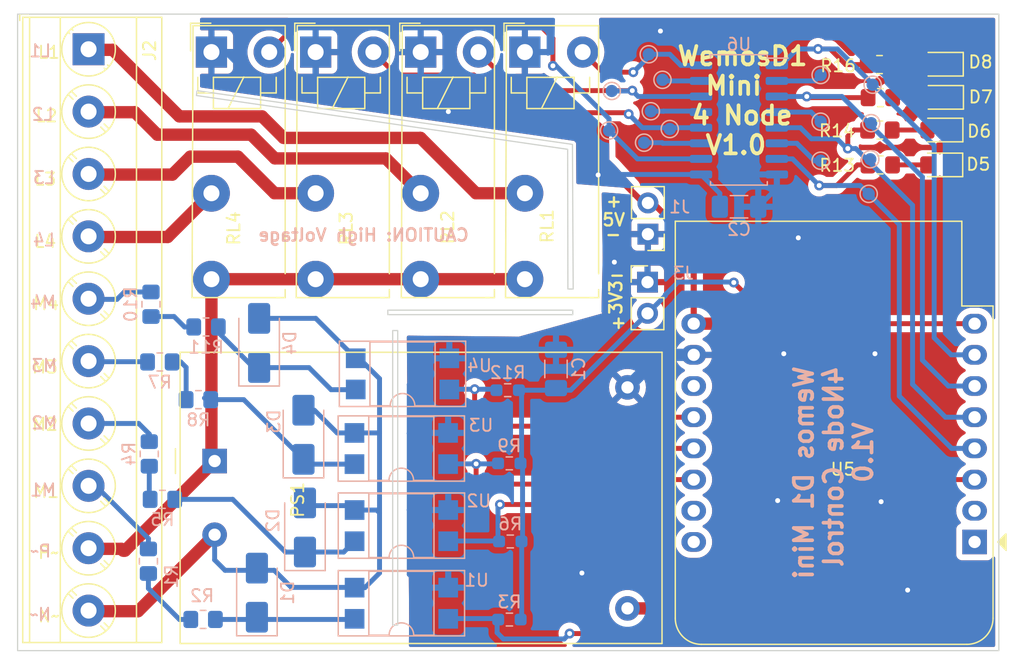
<source format=kicad_pcb>
(kicad_pcb (version 20221018) (generator pcbnew)
  (layers (0 "F.Cu" signal) (31 "B.Cu" signal) (34 "B.Paste" user) (35 "F.Paste" user) (36 "B.SilkS" user "B.Silkscreen") (37 "F.SilkS" user "F.Silkscreen") (38 "B.Mask" user) (39 "F.Mask" user) (44 "Edge.Cuts" user))
  (net 0 "")
  (net 1 "/Voltage Sensing/In1")
  (net 2 "Earth")
  (net 3 "/Voltage Sensing/In2")
  (net 4 "/Voltage Sensing/In3")
  (net 5 "Net-(D1-K)")
  (net 6 "/AC{slash}N")
  (net 7 "Net-(D2-K)")
  (net 8 "+5V")
  (net 9 "Net-(D4-K)")
  (net 10 "/Load4")
  (net 13 "/Load3")
  (net 15 "/Load2")
  (net 18 "/AC{slash}L")
  (net 19 "/Load1")
  (net 20 "Net-(U6-O5)")
  (net 21 "Net-(U6-O1)")
  (net 22 "Net-(U6-O3)")
  (net 23 "/M4")
  (net 24 "/M3")
  (net 25 "/Voltage Sensing/+Vs")
  (net 26 "Net-(D3-K)")
  (net 27 "Net-(R1-Pad2)")
  (net 28 "Net-(R4-Pad2)")
  (net 29 "/M2")
  (net 30 "/M1")
  (net 31 "Net-(R7-Pad2)")
  (net 32 "Net-(R10-Pad2)")
  (net 33 "/Voltage Sensing/In4")
  (net 34 "Net-(U6-O7)")
  (net 35 "/Relays/RL2")
  (net 36 "/Relays/RL1")
  (net 37 "/Relays/RL3")
  (net 38 "/Relays/RL4")
  (net 39 "Net-(U6-O2)")
  (net 40 "Net-(U6-O4)")
  (net 41 "Net-(U6-O6)")
  (net 42 "Net-(U6-I2)")
  (net 43 "Net-(U6-I4)")
  (net 44 "Net-(U6-I6)")
  (net 45 "Net-(D5-A)")
  (net 46 "Net-(D6-A)")
  (net 47 "Net-(D7-A)")
  (net 48 "Net-(D8-A)")
  (footprint "Relay_Hongfa:Relay_THT_Hongfa HF46F SPST" (layer "F.Cu") (at 90.81 46.85 -90)
    (fp_text reference "RL3")
    (fp_text value "Relay_SPST-NO")
  )
  (footprint "Resistor_SMD:R_0805_2012Metric_Pad1.20x1.40mm_HandSolder" (layer "F.Cu") (at 136.76 56.04)
    (fp_text reference "R13")
    (fp_text value "480")
  )
  (footprint "Module:WEMOS_D1_mini_light" (layer "F.Cu") (at 144.44 86.75 180)
    (fp_text reference "U5")
    (fp_text value "WeMos_D1_mini")
  )
  (footprint "Resistor_SMD:R_0805_2012Metric_Pad1.20x1.40mm_HandSolder" (layer "F.Cu") (at 136.7 47.87)
    (fp_text reference "R16")
    (fp_text value "480")
  )
  (footprint "Resistor_SMD:R_0805_2012Metric_Pad1.20x1.40mm_HandSolder" (layer "F.Cu") (at 136.73 53.2)
    (fp_text reference "R14")
    (fp_text value "480")
  )
  (footprint "Connector_PinHeader_2.54mm:PinHeader_1x02_P2.54mm_Vertical" (layer "F.Cu") (at 117.82 65.59)
    (fp_text reference "J3")
    (fp_text value "Conn_01x02_Pin")
  )
  (footprint "Converter_ACDC:Converter_ACDC_HiLink_HLK-5Mxx" (layer "F.Cu") (at 82.59 80.16)
    (fp_text reference "PS1")
    (fp_text value "HLK-5M05")
  )
  (footprint "Resistor_SMD:R_0805_2012Metric_Pad1.20x1.40mm_HandSolder" (layer "F.Cu") (at 136.77 50.56)
    (fp_text reference "R15" hide)
    (fp_text value "480")
  )
  (footprint "LED_SMD:LED_0805_2012Metric_Pad1.15x1.40mm_HandSolder" (layer "F.Cu") (at 141.67 50.54 180)
    (fp_text reference "D7")
    (fp_text value "LED")
  )
  (footprint "Connector_PinHeader_2.54mm:PinHeader_1x02_P2.54mm_Vertical" (layer "F.Cu") (at 117.85 61.68 180)
    (fp_text reference "J1")
    (fp_text value "Conn_01x02_Pin")
  )
  (footprint "Relay_Hongfa:Relay_THT_Hongfa HF46F SPST" (layer "F.Cu") (at 82.33 46.85 -90)
    (fp_text reference "RL4")
    (fp_text value "Relay_SPST-NO")
  )
  (footprint "TerminalBlock_Phoenix:TerminalBlock_Phoenix_MKDS-3-10-5.08_1x10_P5.08mm_Horizontal" (layer "F.Cu") (at 72.33 46.62 -90)
    (fp_text reference "J2")
    (fp_text value "Screw_Terminal_01x10")
  )
  (footprint "LED_SMD:LED_0805_2012Metric_Pad1.15x1.40mm_HandSolder" (layer "F.Cu") (at 141.61 56.04 180)
    (fp_text reference "D5")
    (fp_text value "LED")
  )
  (footprint "LED_SMD:LED_0805_2012Metric_Pad1.15x1.40mm_HandSolder" (layer "F.Cu") (at 141.6575 47.84 180)
    (fp_text reference "D8")
    (fp_text value "LED")
  )
  (footprint "Relay_Hongfa:Relay_THT_Hongfa HF46F SPST" (layer "F.Cu") (at 99.36 46.85 -90)
    (fp_text reference "RL2")
    (fp_text value "Relay_SPST-NO")
  )
  (footprint "LED_SMD:LED_0805_2012Metric_Pad1.15x1.40mm_HandSolder" (layer "F.Cu") (at 141.625 53.2 180)
    (fp_text reference "D6")
    (fp_text value "LED")
  )
  (footprint "Relay_Hongfa:Relay_THT_Hongfa HF46F SPST" (layer "F.Cu") (at 107.84 46.85 -90)
    (fp_text reference "RL1")
    (fp_text value "Relay_SPST-NO")
  )
  (footprint "Resistor_SMD:R_0805_2012Metric_Pad1.20x1.40mm_HandSolder" (layer "B.Cu") (at 77.41 67.39 -90)
    (fp_text reference "R10")
    (fp_text value "180K")
  )
  (footprint "Package_DIP:DIP-4_W7.62mm_SMDSocket_SmallPads" (layer "B.Cu") (at 97.79 85.42)
    (fp_text reference "U2")
    (fp_text value "PC817")
  )
  (footprint "Package_DIP:DIP-4_W7.62mm_SMDSocket_SmallPads" (layer "B.Cu") (at 97.88 73.06)
    (fp_text reference "U4")
    (fp_text value "PC817")
  )
  (footprint "TestPoint:TestPoint_Pad_D1.0mm" (layer "B.Cu") (at 131.91 48.72 180)
    (fp_text reference "NCI1" hide)
    (fp_text value "TestPoint")
  )
  (footprint "Package_SO:SOP-16_4.4x10.4mm_P1.27mm" (layer "B.Cu") (at 125.2575 52.375 180)
    (fp_text reference "U6")
    (fp_text value "ULN2003")
  )
  (footprint "Diode_SMD:D_SMA" (layer "B.Cu") (at 89.82 78.02 90)
    (fp_text reference "D3")
    (fp_text value "1N4007")
  )
  (footprint "Resistor_SMD:R_0603_1608Metric_Pad0.98x0.95mm_HandSolder" (layer "B.Cu") (at 106.65 86.71 180)
    (fp_text reference "R6")
    (fp_text value "10K")
  )
  (footprint "Resistor_SMD:R_0805_2012Metric_Pad1.20x1.40mm_HandSolder" (layer "B.Cu") (at 77.2 88.32 -90)
    (fp_text reference "R1")
    (fp_text value "180K")
  )
  (footprint "TestPoint:TestPoint_Pad_D1.0mm" (layer "B.Cu") (at 131.91 52.52 180)
    (fp_text reference "NCI2" hide)
    (fp_text value "TestPoint")
  )
  (footprint "Resistor_SMD:R_0805_2012Metric_Pad1.20x1.40mm_HandSolder" (layer "B.Cu") (at 81.65 93.06)
    (fp_text reference "R2")
    (fp_text value "180K")
  )
  (footprint "Package_DIP:DIP-4_W7.62mm_SMDSocket_SmallPads" (layer "B.Cu") (at 97.78 79.14)
    (fp_text reference "U3")
    (fp_text value "PC817")
  )
  (footprint "Resistor_SMD:R_0805_2012Metric_Pad1.20x1.40mm_HandSolder" (layer "B.Cu") (at 81.89 69.24)
    (fp_text reference "R11")
    (fp_text value "180K")
  )
  (footprint "TestPoint:TestPoint_Pad_D1.0mm" (layer "B.Cu") (at 135.95 55.58 180)
    (fp_text reference "IJ2" hide)
    (fp_text value "TestPoint")
  )
  (footprint "TestPoint:TestPoint_Pad_D1.0mm" (layer "B.Cu") (at 136.02 52.64 180)
    (fp_text reference "IJ3" hide)
    (fp_text value "TestPoint")
  )
  (footprint "Diode_SMD:D_SMA" (layer "B.Cu") (at 86.21 70.54 90)
    (fp_text reference "D4")
    (fp_text value "1N4007")
  )
  (footprint "TestPoint:TestPoint_Pad_D1.0mm" (layer "B.Cu") (at 114.91 50.02 180)
    (fp_text reference "RJ2" hide)
    (fp_text value "TestPoint")
  )
  (footprint "Resistor_SMD:R_0603_1608Metric_Pad0.98x0.95mm_HandSolder" (layer "B.Cu") (at 106.44 74.39 180)
    (fp_text reference "R12")
    (fp_text value "10K")
  )
  (footprint "TestPoint:TestPoint_Pad_D1.0mm" (layer "B.Cu") (at 117.92 47.03 180)
    (fp_text reference "RJ1" hide)
    (fp_text value "TestPoint")
  )
  (footprint "TestPoint:TestPoint_Pad_D1.0mm" (layer "B.Cu") (at 131.91 55.7 180)
    (fp_text reference "NCI3" hide)
    (fp_text value "TestPoint")
  )
  (footprint "Resistor_SMD:R_0805_2012Metric_Pad1.20x1.40mm_HandSolder" (layer "B.Cu") (at 77.27 79.58 -90)
    (fp_text reference "R4")
    (fp_text value "180K")
  )
  (footprint "Resistor_SMD:R_0805_2012Metric_Pad1.20x1.40mm_HandSolder" (layer "B.Cu") (at 81.27 75.16)
    (fp_text reference "R8")
    (fp_text value "180K")
  )
  (footprint "Diode_SMD:D_SMA" (layer "B.Cu") (at 89.94 85.57 90)
    (fp_text reference "D2")
    (fp_text value "1N4007")
  )
  (footprint "TestPoint:TestPoint_Pad_D1.0mm" (layer "B.Cu") (at 114.69 53.24 180)
    (fp_text reference "RJ4" hide)
    (fp_text value "TestPoint")
  )
  (footprint "Resistor_SMD:R_0603_1608Metric_Pad0.98x0.95mm_HandSolder" (layer "B.Cu") (at 106.57 80.35 180)
    (fp_text reference "R9")
    (fp_text value "10K")
  )
  (footprint "TestPoint:TestPoint_Pad_D1.0mm" (layer "B.Cu") (at 118.09 51.67 180)
    (fp_text reference "NCR2" hide)
    (fp_text value "TestPoint")
  )
  (footprint "Package_DIP:DIP-4_W7.62mm_SMDSocket_SmallPads" (layer "B.Cu") (at 97.79 91.74)
    (fp_text reference "U1")
    (fp_text value "PC817")
  )
  (footprint "Resistor_SMD:R_0603_1608Metric_Pad0.98x0.95mm_HandSolder" (layer "B.Cu") (at 106.58 93.07 180)
    (fp_text reference "R3")
    (fp_text value "10K")
  )
  (footprint "TestPoint:TestPoint_Pad_D1.0mm" (layer "B.Cu") (at 135.82 58.4 180)
    (fp_text reference "IJ1" hide)
    (fp_text value "TestPoint")
  )
  (footprint "Resistor_SMD:R_0805_2012Metric_Pad1.20x1.40mm_HandSolder" (layer "B.Cu") (at 78.13 72.09)
    (fp_text reference "R7")
    (fp_text value "180K")
  )
  (footprint "Diode_SMD:D_SMA" (layer "B.Cu") (at 86.03 90.88 90)
    (fp_text reference "D1")
    (fp_text value "1N4007")
  )
  (footprint "TestPoint:TestPoint_Pad_D1.0mm" (layer "B.Cu") (at 119.04 49.11 180)
    (fp_text reference "NCR1" hide)
    (fp_text value "TestPoint")
  )
  (footprint "Capacitor_SMD:C_1206_3216Metric_Pad1.33x1.80mm_HandSolder" (layer "B.Cu") (at 110.37 72.6575 90)
    (fp_text reference "C1")
    (fp_text value "0.1uF")
  )
  (footprint "TestPoint:TestPoint_Pad_D1.0mm" (layer "B.Cu") (at 136.14 49.51 180)
    (fp_text reference "IJ4" hide)
    (fp_text value "TestPoint")
  )
  (footprint "TestPoint:TestPoint_Pad_D1.0mm" (layer "B.Cu") (at 119.63 53.12 180)
    (fp_text reference "RJ3" hide)
    (fp_text value "TestPoint")
  )
  (footprint "Capacitor_SMD:C_1206_3216Metric_Pad1.33x1.80mm_HandSolder" (layer "B.Cu") (at 125.2675 59.45)
    (fp_text reference "C2")
    (fp_text value "0.1uF")
  )
  (footprint "Resistor_SMD:R_0805_2012Metric_Pad1.20x1.40mm_HandSolder" (layer "B.Cu") (at 78.34 83.28)
    (fp_text reference "R5")
    (fp_text value "180K")
  )
  (footprint "TestPoint:TestPoint_Pad_D1.0mm" (layer "B.Cu") (at 117.54 54.23 180)
    (fp_text reference "NCR3" hide)
    (fp_text value "TestPoint")
  )
  (gr_poly (pts (xy 81.2 50) (xy 111.71 54.37) (xy 111.77 66.15) (xy 111.34 66.15) (xy 111.32 54.77) (xy 81.11 50.39) (xy 81.15 50.04)) (stroke (width 0.1)) (fill none) (layer "Edge.Cuts"))
  (gr_rect (start 96.685 67.87) (end 111.735 68.24) (stroke (width 0.1)) (fill none) (layer "Edge.Cuts"))
  (gr_rect (start 66.5525 43.76) (end 146.4125 95.6) (stroke (width 0.1)) (fill none) (layer "Edge.Cuts"))
  (gr_rect (start 97.08 69.53) (end 97.49 93.52) (stroke (width 0.1)) (fill none) (layer "Edge.Cuts"))
  (gr_text "N~" (at 69.37 93.24) (layer "B.SilkS") (effects (font (size 1 1)) (justify left bottom mirror)))
  (gr_text "M2" (at 69.87 77.64) (layer "B.SilkS") (effects (font (size 1 1)) (justify left bottom mirror)))
  (gr_text "Wemos D1 Mini \n4Node Control\n    V1.0" (at 136.25 72.27 90) (layer "B.SilkS") (effects (font (size 1.5 1.5) (thickness 0.3) bold) (justify left bottom mirror)))
  (gr_text "L3" (at 69.67 57.67) (layer "B.SilkS") (effects (font (size 1 1)) (justify left bottom mirror)))
  (gr_text "P~" (at 69.37 88.08) (layer "B.SilkS") (effects (font (size 1 1)) (justify left bottom mirror)))
  (gr_text "L4" (at 69.67 62.74) (layer "B.SilkS") (effects (font (size 1 1)) (justify left bottom mirror)))
  (gr_text "M1" (at 69.77 83.11) (layer "B.SilkS") (effects (font (size 1 1)) (justify left bottom mirror)))
  (gr_text "L1" (at 69.37 47.34) (layer "B.SilkS") (effects (font (size 1 1)) (justify left bottom mirror)))
  (gr_text "L2" (at 69.57 52.51) (layer "B.SilkS") (effects (font (size 1 1)) (justify left bottom mirror)))
  (gr_text "M3" (at 69.87 72.97) (layer "B.SilkS") (effects (font (size 1 1)) (justify left bottom mirror)))
  (gr_text "CAUTION: High Voltage " (at 103.39 62.34) (layer "B.SilkS") (effects (font (size 1 1) (thickness 0.2) bold) (justify left bottom mirror)))
  (gr_text "M4" (at 69.77 67.81) (layer "B.SilkS") (effects (font (size 1 1)) (justify left bottom mirror)))
  (gr_text "N~" (at 68.128096 93.36) (layer "F.SilkS") (effects (font (size 1 1)) (justify left bottom)))
  (gr_text "L4" (at 67.828096 62.86) (layer "F.SilkS") (effects (font (size 1 1)) (justify left bottom)))
  (gr_text "+" (at 114.73 68.42 180) (layer "F.SilkS") (effects (font (size 1 1) (thickness 0.1875)) (justify left bottom mirror)))
  (gr_text "-" (at 115.77 62.27) (layer "F.SilkS") (effects (font (size 1 1) (thickness 0.1875)) (justify left bottom mirror)))
  (gr_text "+" (at 115.83 59.57) (layer "F.SilkS") (effects (font (size 1 1) (thickness 0.1875)) (justify left bottom mirror)))
  (gr_text "WemosD1 \n  Mini\n 4 Node \n  V1.0" (at 120.1 55.3) (layer "F.SilkS") (effects (font (size 1.5 1.5) (thickness 0.3) bold) (justify left bottom)))
  (gr_text "M4" (at 67.728096 67.93) (layer "F.SilkS") (effects (font (size 1 1)) (justify left bottom)))
  (gr_text "L1" (at 68.128096 47.46) (layer "F.SilkS") (effects (font (size 1 1)) (justify left bottom)))
  (gr_text "3V3" (at 115.83 68.33 90) (layer "F.SilkS") (effects (font (size 1 1) (thickness 0.1875)) (justify left bottom)))
  (gr_text "L2" (at 67.928096 52.63) (layer "F.SilkS") (effects (font (size 1 1)) (justify left bottom)))
  (gr_text "5V" (at 114.04 61.1) (layer "F.SilkS") (effects (font (size 1 1) (thickness 0.1875)) (justify left bottom)))
  (gr_text "M3" (at 67.628096 73.09) (layer "F.SilkS") (effects (font (size 1 1)) (justify left bottom)))
  (gr_text "P~" (at 68.128096 88.2) (layer "F.SilkS") (effects (font (size 1 1)) (justify left bottom)))
  (gr_text "M2" (at 67.628096 77.76) (layer "F.SilkS") (effects (font (size 1 1)) (justify left bottom)))
  (gr_text "L3" (at 67.828096 57.79) (layer "F.SilkS") (effects (font (size 1 1)) (justify left bottom)))
  (gr_text "M1" (at 67.728096 83.23) (layer "F.SilkS") (effects (font (size 1 1)) (justify left bottom)))
  (gr_text "-" (at 114.6 64.55 180) (layer "F.SilkS") (effects (font (size 1 1) (thickness 0.1875)) (justify left bottom mirror)))
  (segment (start 144.44 81.67) (end 141.62 81.67) (width 0.4) (layer "F.Cu") (net 1))
  (segment (start 129.08 94.21) (end 111.48 94.21) (width 0.4) (layer "F.Cu") (net 1))
  (segment (start 141.62 81.67) (end 129.08 94.21) (width 0.4) (layer "F.Cu") (net 1))
  (via (at 111.48 94.21) (size 0.8) (drill 0.4) (layers "F.Cu" "B.Cu") (net 1))
  (segment (start 105.58 93.07) (end 105.58 94.14) (width 0.4) (layer "B.Cu") (net 1))
  (segment (start 105.5 92.99) (end 105.58 93.07) (width 0.4) (layer "B.Cu") (net 1))
  (segment (start 111.04 94.65) (end 111.48 94.21) (width 0.4) (layer "B.Cu") (net 1))
  (segment (start 105.58 94.14) (end 106.09 94.65) (width 0.4) (layer "B.Cu") (net 1))
  (segment (start 106.09 94.65) (end 111.04 94.65) (width 0.4) (layer "B.Cu") (net 1))
  (segment (start 101.62 92.99) (end 105.5 92.99) (width 0.4) (layer "B.Cu") (net 1))
  (segment (start 101.6 93.01) (end 101.62 92.99) (width 0.4) (layer "B.Cu") (net 1))
  (via (at 136.33 71.42) (size 0.8) (drill 0.4) (layers "F.Cu" "B.Cu") (net 2))
  (via (at 136.83 83.47) (size 0.8) (drill 0.4) (layers "F.Cu" "B.Cu") (net 2))
  (via (at 138.99 90.67) (size 0.8) (drill 0.4) (layers "F.Cu" "B.Cu") (net 2))
  (via (at 128.41 83.38) (size 0.8) (drill 0.4) (layers "F.Cu" "B.Cu") (net 2))
  (via (at 128.91 71.42) (size 0.8) (drill 0.4) (layers "F.Cu" "B.Cu") (net 2))
  (via (at 112.48 89.28) (size 0.8) (drill 0.4) (layers "F.Cu" "B.Cu") (net 2))
  (via (at 115.12 63.96) (size 0.8) (drill 0.4) (layers "F.Cu" "B.Cu") (net 2))
  (via (at 118.87 45.14) (size 0.8) (drill 0.4) (layers "F.Cu" "B.Cu") (net 2))
  (via (at 130.09 61.98) (size 0.8) (drill 0.4) (layers "F.Cu" "B.Cu") (net 2))
  (segment (start 118.84 45.17) (end 118.87 45.14) (width 1) (layer "B.Cu") (net 2))
  (segment (start 128.345 56.82) (end 128.345 57.935) (width 0.4) (layer "B.Cu") (net 2))
  (segment (start 101.59 84.14) (end 98.43 84.14) (width 0.4) (layer "B.Cu") (net 2))
  (segment (start 118.84 71.51) (end 121.58 71.51) (width 1) (layer "B.Cu") (net 2))
  (segment (start 128.345 57.935) (end 126.83 59.45) (width 0.4) (layer "B.Cu") (net 2))
  (segment (start 98.43 89.39) (end 98.43 84.14) (width 0.4) (layer "B.Cu") (net 2))
  (segment (start 101.6 90.47) (end 99.51 90.47) (width 0.4) (layer "B.Cu") (net 2))
  (segment (start 98.43 84.14) (end 98.43 77.91) (width 0.4) (layer "B.Cu") (net 2))
  (segment (start 99.51 90.47) (end 98.43 89.39) (width 0.4) (layer "B.Cu") (net 2))
  (segment (start 100.57 71.79) (end 101.69 71.79) (width 0.4) (layer "B.Cu") (net 2))
  (segment (start 101.6 84.15) (end 101.59 84.14) (width 0.4) (layer "B.Cu") (net 2))
  (segment (start 98.43 73.93) (end 100.57 71.79) (width 0.4) (layer "B.Cu") (net 2))
  (segment (start 116.19 74.16) (end 118.84 71.51) (width 1) (layer "B.Cu") (net 2))
  (segment (start 101.59 77.87) (end 98.47 77.87) (width 0.4) (layer "B.Cu") (net 2))
  (segment (start 98.43 77.91) (end 98.43 73.93) (width 0.4) (layer "B.Cu") (net 2))
  (segment (start 98.47 77.87) (end 98.43 77.91) (width 0.4) (layer "B.Cu") (net 2))
  (segment (start 116.39 83.7) (end 118.44 81.65) (width 0.4) (layer "F.Cu") (net 3))
  (segment (start 105.81 83.7) (end 116.39 83.7) (width 0.4) (layer "F.Cu") (net 3))
  (segment (start 118.46 81.67) (end 121.58 81.67) (width 0.4) (layer "F.Cu") (net 3))
  (segment (start 118.44 81.65) (end 118.46 81.67) (width 0.4) (layer "F.Cu") (net 3))
  (via (at 105.81 83.7) (size 0.8) (drill 0.4) (layers "F.Cu" "B.Cu") (net 3))
  (segment (start 105.61 86.67) (end 105.65 86.71) (width 0.4) (layer "B.Cu") (net 3))
  (segment (start 105.65 86.71) (end 105.65 83.86) (width 0.4) (layer "B.Cu") (net 3))
  (segment (start 101.62 86.67) (end 105.61 86.67) (width 0.4) (layer "B.Cu") (net 3))
  (segment (start 105.65 83.86) (end 105.81 83.7) (width 0.4) (layer "B.Cu") (net 3))
  (segment (start 101.6 86.69) (end 101.62 86.67) (width 0.4) (layer "B.Cu") (net 3))
  (segment (start 118.94 79.12) (end 119.05 79.12) (width 0.4) (layer "F.Cu") (net 4))
  (segment (start 119.06 79.13) (end 121.58 79.13) (width 0.4) (layer "F.Cu") (net 4))
  (segment (start 103.87 80.39) (end 103.87 81.57) (width 0.4) (layer "F.Cu") (net 4))
  (segment (start 119.05 79.12) (end 119.06 79.13) (width 0.4) (layer "F.Cu") (net 4))
  (segment (start 103.87 81.57) (end 104.34 82.04) (width 0.4) (layer "F.Cu") (net 4))
  (segment (start 104.34 82.04) (end 116.02 82.04) (width 0.4) (layer "F.Cu") (net 4))
  (segment (start 116.02 82.04) (end 118.94 79.12) (width 0.4) (layer "F.Cu") (net 4))
  (via (at 103.87 80.39) (size 0.8) (drill 0.4) (layers "F.Cu" "B.Cu") (net 4))
  (segment (start 103.87 80.39) (end 105.53 80.39) (width 0.4) (layer "B.Cu") (net 4))
  (segment (start 103.87 80.39) (end 101.61 80.39) (width 0.4) (layer "B.Cu") (net 4))
  (segment (start 101.61 80.39) (end 101.59 80.41) (width 0.4) (layer "B.Cu") (net 4))
  (segment (start 105.53 80.39) (end 105.57 80.35) (width 0.4) (layer "B.Cu") (net 4))
  (segment (start 82.65 93.06) (end 93.93 93.06) (width 0.4) (layer "B.Cu") (net 5))
  (segment (start 93.93 93.06) (end 93.98 93.01) (width 0.4) (layer "B.Cu") (net 5))
  (segment (start 93.965 93.025) (end 93.98 93.01) (width 0.4) (layer "B.Cu") (net 5))
  (segment (start 72.46 92.39) (end 76.36 92.39) (width 1) (layer "F.Cu") (net 6))
  (segment (start 76.36 92.39) (end 82.59 86.16) (width 1) (layer "F.Cu") (net 6))
  (segment (start 93.97 90.45) (end 88.83 90.45) (width 0.4) (layer "B.Cu") (net 6))
  (segment (start 95.78 84.15) (end 96.01 84.38) (width 0.4) (layer "B.Cu") (net 6))
  (segment (start 90.82 68.54) (end 94.07 71.79) (width 0.4) (layer "B.Cu") (net 6))
  (segment (start 96.01 89.28) (end 96.01 84.38) (width 0.4) (layer "B.Cu") (net 6))
  (segment (start 96.01 84.38) (end 96.01 77.83) (width 0.4) (layer "B.Cu") (net 6))
  (segment (start 93.6225 83.7925) (end 93.98 84.15) (width 0.4) (layer "B.Cu") (net 6))
  (segment (start 89.94 83.57) (end 90.1625 83.7925) (width 0.4) (layer "B.Cu") (net 6))
  (segment (start 90.71 76.02) (end 92.56 77.87) (width 0.4) (layer "B.Cu") (net 6))
  (segment (start 93.97 77.87) (end 95.97 77.87) (width 0.4) (layer "B.Cu") (net 6))
  (segment (start 93.98 84.15) (end 95.78 84.15) (width 0.4) (layer "B.Cu") (net 6))
  (segment (start 87.44 89.06) (end 83.44 89.06) (width 0.4) (layer "B.Cu") (net 6))
  (segment (start 82.59 88.21) (end 82.59 86.16) (width 0.4) (layer "B.Cu") (net 6))
  (segment (start 93.98 90.47) (end 94.82 90.47) (width 0.4) (layer "B.Cu") (net 6))
  (segment (start 96.01 73.45) (end 94.33 71.77) (width 0.4) (layer "B.Cu") (net 6))
  (segment (start 86.21 68.54) (end 90.82 68.54) (width 0.4) (layer "B.Cu") (net 6))
  (segment (start 92.56 77.87) (end 93.97 77.87) (width 0.4) (layer "B.Cu") (net 6))
  (segment (start 95.97 77.87) (end 96.01 77.83) (width 0.4) (layer "B.Cu") (net 6))
  (segment (start 88.83 90.45) (end 87.44 89.06) (width 0.4) (layer "B.Cu") (net 6))
  (segment (start 90.1625 83.7925) (end 93.6225 83.7925) (width 0.4) (layer "B.Cu") (net 6))
  (segment (start 83.44 89.06) (end 82.59 88.21) (width 0.4) (layer "B.Cu") (net 6))
  (segment (start 96.01 77.83) (end 96.01 73.45) (width 0.4) (layer "B.Cu") (net 6))
  (segment (start 94.82 90.47) (end 96.01 89.28) (width 0.4) (layer "B.Cu") (net 6))
  (segment (start 88.35 87.57) (end 93.1 87.57) (width 0.4) (layer "B.Cu") (net 7))
  (segment (start 93.1 87.57) (end 93.98 86.69) (width 0.4) (layer "B.Cu") (net 7))
  (segment (start 84.06 83.28) (end 88.35 87.57) (width 0.4) (layer "B.Cu") (net 7))
  (segment (start 79.34 83.28) (end 84.06 83.28) (width 0.4) (layer "B.Cu") (net 7))
  (segment (start 113.8 56.86) (end 113.825 56.835) (width 0.5) (layer "F.Cu") (net 8))
  (segment (start 124.72 69.33) (end 124.36 68.97) (width 1) (layer "F.Cu") (net 8))
  (segment (start 115.185 56.835) (end 117.185 58.835) (width 0.5) (layer "F.Cu") (net 8))
  (segment (start 113.825 56.835) (end 115.185 56.835) (width 0.5) (layer "F.Cu") (net 8))
  (segment (start 117.185 58.835) (end 117.95424 58.835) (width 0.5) (layer "F.Cu") (net 8))
  (segment (start 124.72 91.7) (end 124.72 69.33) (width 1) (layer "F.Cu") (net 8))
  (segment (start 116.19 92.16) (end 124.26 92.16) (width 1) (layer "F.Cu") (net 8))
  (segment (start 124.36 68.97) (end 121.58 68.97) (width 1) (layer "F.Cu") (net 8))
  (segment (start 121.58 62.46076) (end 121.58 68.97) (width 0.5) (layer "F.Cu") (net 8))
  (segment (start 124.26 92.16) (end 124.72 91.7) (width 1) (layer "F.Cu") (net 8))
  (segment (start 117.95424 58.835) (end 121.58 62.46076) (width 0.5) (layer "F.Cu") (net 8))
  (via (at 113.8 56.86) (size 0.8) (drill 0.4) (layers "F.Cu" "B.Cu") (net 8))
  (via (at 101.61 51.7) (size 0.8) (drill 0.4) (layers "F.Cu" "B.Cu") (net 8))
  (segment (start 99.36 46.85) (end 99.36 50.47) (width 0.5) (layer "B.Cu") (net 8))
  (segment (start 108.84 53.15) (end 112.17 53.15) (width 0.5) (layer "B.Cu") (net 8))
  (segment (start 107.84 46.85) (end 107.84 50.61) (width 0.5) (layer "B.Cu") (net 8))
  (segment (start 91.18 49.39) (end 98.28 49.39) (width 0.5) (layer "B.Cu") (net 8))
  (segment (start 90.81 46.85) (end 90.81 49.3) (width 0.5) (layer "B.Cu") (net 8))
  (segment (start 98.28 49.39) (end 99.69 50.8) (width 0.5) (layer "B.Cu") (net 8))
  (segment (start 123.705 58.355) (end 122.17 56.82) (width 0.4) (layer "B.Cu") (net 8))
  (segment (start 113.84 56.82) (end 113.8 56.86) (width 0.4) (layer "B.Cu") (net 8))
  (segment (start 90.9 49.39) (end 91.18 49.39) (width 0.5) (layer "B.Cu") (net 8))
  (segment (start 86.08 49.39) (end 90.9 49.39) (width 0.5) (layer "B.Cu") (net 8))
  (segment (start 90.81 49.3) (end 90.9 49.39) (width 0.5) (layer "B.Cu") (net 8))
  (segment (start 107.88 52.19) (end 108.84 53.15) (width 0.5) (layer "B.Cu") (net 8))
  (segment (start 82.33 46.85) (end 83.54 46.85) (width 0.5) (layer "B.Cu") (net 8))
  (segment (start 107.88 50.95) (end 107.88 52.19) (width 0.5) (layer "B.Cu") (net 8))
  (segment (start 83.54 46.85) (end 86.08 49.39) (width 0.5) (layer "B.Cu") (net 8))
  (segment (start 123.705 59.45) (end 123.705 58.355) (width 0.4) (layer "B.Cu") (net 8))
  (segment (start 113.8 54.78) (end 113.8 56.86) (width 0.5) (layer "B.Cu") (net 8))
  (segment (start 99.69 50.8) (end 108.03 50.8) (width 0.5) (layer "B.Cu") (net 8))
  (segment (start 112.17 53.15) (end 113.8 54.78) (width 0.5) (layer "B.Cu") (net 8))
  (segment (start 99.36 50.47) (end 99.69 50.8) (width 0.5) (layer "B.Cu") (net 8))
  (segment (start 122.17 56.82) (end 113.84 56.82) (width 0.4) (layer "B.Cu") (net 8))
  (segment (start 82.89 69.24) (end 82.89 69.68) (width 0.4) (layer "B.Cu") (net 9))
  (segment (start 94.05 74.35) (end 94.07 74.33) (width 0.4) (layer "B.Cu") (net 9))
  (segment (start 85.76 72.55) (end 90.27 72.55) (width 0.4) (layer "B.Cu") (net 9))
  (segment (start 92.07 74.35) (end 94.05 74.35) (width 0.4) (layer "B.Cu") (net 9))
  (segment (start 90.27 72.55) (end 92.07 74.35) (width 0.4) (layer "B.Cu") (net 9))
  (segment (start 82.89 69.68) (end 85.76 72.55) (width 0.4) (layer "B.Cu") (net 9))
  (segment (start 74.3 46.67) (end 72.46 46.67) (width 1) (layer "F.Cu") (net 10))
  (segment (start 99.353383 53.843383) (end 99.330047 53.84) (width 1) (layer "F.Cu") (net 10))
  (segment (start 107.84 58.35) (end 103.86 58.35) (width 1) (layer "F.Cu") (net 10))
  (segment (start 88.2 53.84) (end 86.45 52.09) (width 1) (layer "F.Cu") (net 10))
  (segment (start 103.86 58.35) (end 99.353383 53.843383) (width 1) (layer "F.Cu") (net 10))
  (segment (start 86.45 52.09) (end 79.72 52.09) (width 1) (layer "F.Cu") (net 10))
  (segment (start 79.72 52.09) (end 74.3 46.67) (width 1) (layer "F.Cu") (net 10))
  (segment (start 99.330047 53.84) (end 88.2 53.84) (width 1) (layer "F.Cu") (net 10))
  (segment (start 87.49 55.51) (end 96.52 55.51) (width 1) (layer "F.Cu") (net 13))
  (segment (start 85.56 53.58) (end 87.49 55.51) (width 1) (layer "F.Cu") (net 13))
  (segment (start 77.93 53.58) (end 85.56 53.58) (width 1) (layer "F.Cu") (net 13))
  (segment (start 76.1 51.75) (end 77.93 53.58) (width 1) (layer "F.Cu") (net 13))
  (segment (start 72.46 51.75) (end 76.1 51.75) (width 1) (layer "F.Cu") (net 13))
  (segment (start 96.52 55.51) (end 99.36 58.35) (width 1) (layer "F.Cu") (net 13))
  (segment (start 79.15 56.83) (end 80.61 55.37) (width 1) (layer "F.Cu") (net 15))
  (segment (start 72.46 56.83) (end 79.15 56.83) (width 1) (layer "F.Cu") (net 15))
  (segment (start 80.61 55.37) (end 84.49 55.37) (width 1) (layer "F.Cu") (net 15))
  (segment (start 84.49 55.37) (end 87.47 58.35) (width 1) (layer "F.Cu") (net 15))
  (segment (start 87.47 58.35) (end 90.81 58.35) (width 1) (layer "F.Cu") (net 15))
  (segment (start 82.59 80.16) (end 75.29 87.46) (width 1) (layer "F.Cu") (net 18))
  (segment (start 75.29 87.46) (end 75.15 87.46) (width 1) (layer "F.Cu") (net 18))
  (segment (start 82.33 79.9) (end 82.59 80.16) (width 1) (layer "F.Cu") (net 18))
  (segment (start 75 87.31) (end 72.46 87.31) (width 1) (layer "F.Cu") (net 18))
  (segment (start 107.84 65.35) (end 99.36 65.35) (width 1) (layer "F.Cu") (net 18))
  (segment (start 82.33 65.35) (end 82.33 79.9) (width 1) (layer "F.Cu") (net 18))
  (segment (start 90.81 65.35) (end 82.33 65.35) (width 1) (layer "F.Cu") (net 18))
  (segment (start 75.15 87.46) (end 75 87.31) (width 1) (layer "F.Cu") (net 18))
  (segment (start 99.36 65.35) (end 90.81 65.35) (width 1) (layer "F.Cu") (net 18))
  (segment (start 78.77 61.91) (end 82.33 58.35) (width 1) (layer "F.Cu") (net 19))
  (segment (start 72.46 61.91) (end 78.77 61.91) (width 1) (layer "F.Cu") (net 19))
  (segment (start 116.174008 51.79) (end 109.57 51.79) (width 0.4) (layer "F.Cu") (net 20))
  (segment (start 106.76 51.79) (end 103.69 48.72) (width 0.4) (layer "F.Cu") (net 20))
  (segment (start 97.38 48.72) (end 95.51 46.85) (width 0.4) (layer "F.Cu") (net 20))
  (segment (start 116.287004 51.902996) (end 116.174008 51.79) (width 0.4) (layer "F.Cu") (net 20))
  (segment (start 109.57 51.79) (end 106.76 51.79) (width 0.4) (layer "F.Cu") (net 20))
  (segment (start 103.69 48.72) (end 97.38 48.72) (width 0.4) (layer "F.Cu") (net 20))
  (via (at 116.287004 51.902996) (size 0.8) (drill 0.4) (layers "F.Cu" "B.Cu") (net 20))
  (segment (start 117.394008 53.01) (end 122.17 53.01) (width 0.4) (layer "B.Cu") (net 20))
  (segment (start 116.287004 51.902996) (end 117.394008 53.01) (width 0.4) (layer "B.Cu") (net 20))
  (segment (start 116.66 48.49) (end 114.18 48.49) (width 0.4) (layer "F.Cu") (net 21))
  (segment (start 112.54 46.85) (end 113.13 46.85) (width 0.4) (layer "F.Cu") (net 21))
  (segment (start 114.18 48.49) (end 112.54 46.85) (width 0.4) (layer "F.Cu") (net 21))
  (via (at 116.66 48.49) (size 0.8) (drill 0.4) (layers "F.Cu" "B.Cu") (net 21))
  (segment (start 117.92 47.03) (end 119.63 47.03) (width 0.4) (layer "B.Cu") (net 21))
  (segment (start 119.63 47.03) (end 120.53 47.93) (width 0.4) (layer "B.Cu") (net 21))
  (segment (start 120.53 47.93) (end 122.17 47.93) (width 0.4) (layer "B.Cu") (net 21))
  (segment (start 116.66 48.49) (end 117.92 47.23) (width 0.4) (layer "B.Cu") (net 21))
  (segment (start 117.92 47.23) (end 117.92 47.03) (width 0.4) (layer "B.Cu") (net 21))
  (segment (start 116.58 49.99) (end 107.2 49.99) (width 0.4) (layer "F.Cu") (net 22))
  (segment (start 107.2 49.99) (end 104.06 46.85) (width 0.4) (layer "F.Cu") (net 22))
  (via (at 116.58 49.99) (size 0.8) (drill 0.4) (layers "F.Cu" "B.Cu") (net 22))
  (segment (start 116.58 49.99) (end 117.06 50.47) (width 0.4) (layer "B.Cu") (net 22))
  (segment (start 114.91 50.02) (end 116.55 50.02) (width 0.4) (layer "B.Cu") (net 22))
  (segment (start 117.06 50.47) (end 122.17 50.47) (width 0.4) (layer "B.Cu") (net 22))
  (segment (start 116.55 50.02) (end 116.58 49.99) (width 0.4) (layer "B.Cu") (net 22))
  (segment (start 75.24 66.39) (end 77.41 66.39) (width 0.4) (layer "B.Cu") (net 23))
  (segment (start 74.64 66.99) (end 75.24 66.39) (width 0.4) (layer "B.Cu") (net 23))
  (segment (start 72.46 66.99) (end 74.64 66.99) (width 0.4) (layer "B.Cu") (net 23))
  (segment (start 77.11 72.07) (end 72.46 72.07) (width 0.4) (layer "B.Cu") (net 24))
  (segment (start 77.13 72.09) (end 77.11 72.07) (width 0.4) (layer "B.Cu") (net 24))
  (segment (start 128.19 68.97) (end 124.84 65.62) (width 0.4) (layer "F.Cu") (net 25))
  (segment (start 144.44 68.97) (end 128.19 68.97) (width 0.4) (layer "F.Cu") (net 25))
  (via (at 124.84 65.62) (size 0.8) (drill 0.4) (layers "F.Cu" "B.Cu") (net 25))
  (segment (start 107.44 74.39) (end 107.57 74.52) (width 0.4) (layer "B.Cu") (net 25))
  (segment (start 124.8 65.58) (end 120.308528 65.58) (width 0.4) (layer "B.Cu") (net 25))
  (segment (start 107.57 74.52) (end 107.57 80.35) (width 0.4) (layer "B.Cu") (net 25))
  (segment (start 107.58 86.78) (end 107.58 93.07) (width 0.4) (layer "B.Cu") (net 25))
  (segment (start 119.27 66.618528) (end 119.27 66.688528) (width 0.4) (layer "B.Cu") (net 25))
  (segment (start 107.65 80.43) (end 107.65 86.71) (width 0.4) (layer "B.Cu") (net 25))
  (segment (start 107.57 80.35) (end 107.65 80.43) (width 0.4) (layer "B.Cu") (net 25))
  (segment (start 107.3525 74.39) (end 107.44 74.39) (width 0.4) (layer "B.Cu") (net 25))
  (segment (start 120.308528 65.58) (end 119.27 66.618528) (width 0.4) (layer "B.Cu") (net 25))
  (segment (start 119.27 66.688528) (end 111.568528 74.39) (width 0.4) (layer "B.Cu") (net 25))
  (segment (start 124.84 65.62) (end 124.8 65.58) (width 0.4) (layer "B.Cu") (net 25))
  (segment (start 111.568528 74.39) (end 107.3525 74.39) (width 0.4) (layer "B.Cu") (net 25))
  (segment (start 107.65 86.71) (end 107.58 86.78) (width 0.4) (layer "B.Cu") (net 25))
  (segment (start 82.27 75.16) (end 84.96 75.16) (width 0.4) (layer "B.Cu") (net 26))
  (segment (start 81.76 75.03) (end 81.85 75.12) (width 0.4) (layer "B.Cu") (net 26))
  (segment (start 90.21 80.41) (end 93.97 80.41) (width 0.4) (layer "B.Cu") (net 26))
  (segment (start 84.96 75.16) (end 90.21 80.41) (width 0.4) (layer "B.Cu") (net 26))
  (segment (start 80.65 93.06) (end 79.73 93.06) (width 0.4) (layer "B.Cu") (net 27))
  (segment (start 77.2 90.53) (end 77.2 89.32) (width 0.4) (layer "B.Cu") (net 27))
  (segment (start 79.73 93.06) (end 77.2 90.53) (width 0.4) (layer "B.Cu") (net 27))
  (segment (start 77.27 83.21) (end 77.34 83.28) (width 0.4) (layer "B.Cu") (net 28))
  (segment (start 77.27 80.58) (end 77.27 83.21) (width 0.4) (layer "B.Cu") (net 28))
  (segment (start 77.27 77.96) (end 76.41 77.1) (width 0.4) (layer "B.Cu") (net 29))
  (segment (start 77.27 78.58) (end 77.27 77.96) (width 0.4) (layer "B.Cu") (net 29))
  (segment (start 76.41 77.1) (end 72.33 77.1) (width 0.4) (layer "B.Cu") (net 29))
  (segment (start 72.96 82.23) (end 72.46 82.23) (width 0.4) (layer "B.Cu") (net 30))
  (segment (start 77.2 86.47) (end 72.96 82.23) (width 0.4) (layer "B.Cu") (net 30))
  (segment (start 77.2 87.32) (end 77.2 86.47) (width 0.4) (layer "B.Cu") (net 30))
  (segment (start 79.83 72.09) (end 80.27 72.53) (width 0.4) (layer "B.Cu") (net 31))
  (segment (start 80.27 72.53) (end 80.27 75.16) (width 0.4) (layer "B.Cu") (net 31))
  (segment (start 79.13 72.09) (end 79.83 72.09) (width 0.4) (layer "B.Cu") (net 31))
  (segment (start 79.29 68.39) (end 80.14 69.24) (width 0.4) (layer "B.Cu") (net 32))
  (segment (start 77.41 68.39) (end 79.29 68.39) (width 0.4) (layer "B.Cu") (net 32))
  (segment (start 80.14 69.24) (end 80.89 69.24) (width 0.4) (layer "B.Cu") (net 32))
  (segment (start 103.75 74.31) (end 103.75 75.75) (width 0.4) (layer "F.Cu") (net 33))
  (segment (start 118.26 77.32) (end 118.99 76.59) (width 0.4) (layer "F.Cu") (net 33))
  (segment (start 103.75 75.75) (end 105.32 77.32) (width 0.4) (layer "F.Cu") (net 33))
  (segment (start 105.32 77.32) (end 118.26 77.32) (width 0.4) (layer "F.Cu") (net 33))
  (segment (start 118.99 76.59) (end 121.58 76.59) (width 0.4) (layer "F.Cu") (net 33))
  (via (at 103.75 74.31) (size 0.8) (drill 0.4) (layers "F.Cu" "B.Cu") (net 33))
  (segment (start 105.36 74.31) (end 105.44 74.39) (width 0.4) (layer "B.Cu") (net 33))
  (segment (start 101.71 74.31) (end 101.69 74.33) (width 0.4) (layer "B.Cu") (net 33))
  (segment (start 103.75 74.31) (end 105.36 74.31) (width 0.4) (layer "B.Cu") (net 33))
  (segment (start 103.75 74.31) (end 101.71 74.31) (width 0.4) (layer "B.Cu") (net 33))
  (segment (start 108.838028 44.4595) (end 89.4205 44.4595) (width 0.4) (layer "F.Cu") (net 34))
  (segment (start 110.12 47.97) (end 110.12 45.741472) (width 0.4) (layer "F.Cu") (net 34))
  (segment (start 89.4205 44.4595) (end 87.03 46.85) (width 0.4) (layer "F.Cu") (net 34))
  (segment (start 110.12 45.741472) (end 108.838028 44.4595) (width 0.4) (layer "F.Cu") (net 34))
  (via (at 110.12 47.97) (size 0.8) (drill 0.4) (layers "F.Cu" "B.Cu") (net 34))
  (segment (start 110.12 47.97) (end 110.37 47.97) (width 0.4) (layer "B.Cu") (net 34))
  (segment (start 110.37 47.97) (end 114.69 52.29) (width 0.4) (layer "B.Cu") (net 34))
  (segment (start 114.69 53.24) (end 117 55.55) (width 0.4) (layer "B.Cu") (net 34))
  (segment (start 117 55.55) (end 122.17 55.55) (width 0.4) (layer "B.Cu") (net 34))
  (segment (start 114.69 52.29) (end 114.69 53.24) (width 0.4) (layer "B.Cu") (net 34))
  (segment (start 134.12 53.71) (end 134.63 53.2) (width 0.4) (layer "F.Cu") (net 35))
  (segment (start 134.63 53.2) (end 135.73 53.2) (width 0.4) (layer "F.Cu") (net 35))
  (segment (start 134.12 54.71) (end 134.12 53.71) (width 0.4) (layer "F.Cu") (net 35))
  (via (at 134.12 54.71) (size 0.8) (drill 0.4) (layers "F.Cu" "B.Cu") (net 35))
  (segment (start 139.39 73.91) (end 142.07 76.59) (width 0.4) (layer "B.Cu") (net 35))
  (segment (start 134.12 54.71) (end 134.77 54.71) (width 0.4) (layer "B.Cu") (net 35))
  (segment (start 130.26 53.01) (end 128.345 53.01) (width 0.4) (layer "B.Cu") (net 35))
  (segment (start 134.04 54.71) (end 133.24 53.91) (width 0.4) (layer "B.Cu") (net 35))
  (segment (start 142.07 76.59) (end 144.44 76.59) (width 0.4) (layer "B.Cu") (net 35))
  (segment (start 134.12 54.71) (end 134.04 54.71) (width 0.4) (layer "B.Cu") (net 35))
  (segment (start 134.77 54.71) (end 139.39 59.33) (width 0.4) (layer "B.Cu") (net 35))
  (segment (start 139.39 59.33) (end 139.39 73.91) (width 0.4) (layer "B.Cu") (net 35))
  (segment (start 131.16 53.91) (end 130.26 53.01) (width 0.4) (layer "B.Cu") (net 35))
  (segment (start 133.24 53.91) (end 131.16 53.91) (width 0.4) (layer "B.Cu") (net 35))
  (segment (start 133.22 57.72) (end 134.9 56.04) (width 0.4) (layer "F.Cu") (net 36))
  (segment (start 131.79 57.72) (end 133.22 57.72) (width 0.4) (layer "F.Cu") (net 36))
  (segment (start 134.9 56.04) (end 135.76 56.04) (width 0.4) (layer "F.Cu") (net 36))
  (via (at 131.79 57.72) (size 0.8) (drill 0.4) (layers "F.Cu" "B.Cu") (net 36))
  (segment (start 131.79 57.72) (end 129.62 55.55) (width 0.4) (layer "B.Cu") (net 36))
  (segment (start 138.31 60.9) (end 138.31 74.87) (width 0.4) (layer "B.Cu") (net 36))
  (segment (start 129.62 55.55) (end 128.345 55.55) (width 0.4) (layer "B.Cu") (net 36))
  (segment (start 138.31 74.87) (end 142.57 79.13) (width 0.4) (layer "B.Cu") (net 36))
  (segment (start 142.57 79.13) (end 144.44 79.13) (width 0.4) (layer "B.Cu") (net 36))
  (segment (start 135.13 57.72) (end 138.31 60.9) (width 0.4) (layer "B.Cu") (net 36))
  (segment (start 131.79 57.72) (end 135.13 57.72) (width 0.4) (layer "B.Cu") (net 36))
  (segment (start 130.87 50.56) (end 130.78 50.47) (width 0.4) (layer "F.Cu") (net 37))
  (segment (start 135.77 50.56) (end 130.87 50.56) (width 0.4) (layer "F.Cu") (net 37))
  (via (at 130.78 50.47) (size 0.8) (drill 0.4) (layers "F.Cu" "B.Cu") (net 37))
  (segment (start 140.19 71.94) (end 140.19 57.02) (width 0.4) (layer "B.Cu") (net 37))
  (segment (start 130.78 50.47) (end 128.345 50.47) (width 0.4) (layer "B.Cu") (net 37))
  (segment (start 144.44 74.05) (end 142.3 74.05) (width 0.4) (layer "B.Cu") (net 37))
  (segment (start 130.81 50.44) (end 130.78 50.47) (width 0.4) (layer "B.Cu") (net 37))
  (segment (start 142.3 74.05) (end 140.19 71.94) (width 0.4) (layer "B.Cu") (net 37))
  (segment (start 133.64 50.47) (end 130.78 50.47) (width 0.4) (layer "B.Cu") (net 37))
  (segment (start 140.19 57.02) (end 133.64 50.47) (width 0.4) (layer "B.Cu") (net 37))
  (segment (start 131.7 46.6) (end 132.68 46.6) (width 0.4) (layer "F.Cu") (net 38))
  (segment (start 133.95 47.87) (end 135.7 47.87) (width 0.4) (layer "F.Cu") (net 38))
  (segment (start 132.68 46.6) (end 133.95 47.87) (width 0.4) (layer "F.Cu") (net 38))
  (via (at 131.7 46.6) (size 0.8) (drill 0.4) (layers "F.Cu" "B.Cu") (net 38))
  (segment (start 141.15 54.47) (end 141.15 70.12) (width 0.4) (layer "B.Cu") (net 38))
  (segment (start 128.68 47.93) (end 128.345 47.93) (width 0.4) (layer "B.Cu") (net 38))
  (segment (start 142.54 71.51) (end 144.44 71.51) (width 0.4) (layer "B.Cu") (net 38))
  (segment (start 131.7 46.6) (end 130.01 46.6) (width 0.4) (layer "B.Cu") (net 38))
  (segment (start 131.7 46.6) (end 133.28 46.6) (width 0.4) (layer "B.Cu") (net 38))
  (segment (start 133.28 46.6) (end 141.15 54.47) (width 0.4) (layer "B.Cu") (net 38))
  (segment (start 130.01 46.6) (end 128.68 47.93) (width 0.4) (layer "B.Cu") (net 38))
  (segment (start 141.15 70.12) (end 142.54 71.51) (width 0.4) (layer "B.Cu") (net 38))
  (segment (start 119.13 49.2) (end 119.04 49.11) (width 0.4) (layer "B.Cu") (net 39))
  (segment (start 122.17 49.2) (end 119.13 49.2) (width 0.4) (layer "B.Cu") (net 39))
  (segment (start 119.12 51.66) (end 119.11 51.67) (width 0.4) (layer "B.Cu") (net 40))
  (segment (start 119.12 51.66) (end 122.09 51.66) (width 0.4) (layer "B.Cu") (net 40))
  (segment (start 122.09 51.66) (end 122.17 51.74) (width 0.4) (layer "B.Cu") (net 40))
  (segment (start 119.11 51.67) (end 118.09 51.67) (width 0.4) (layer "B.Cu") (net 40))
  (segment (start 122.17 54.28) (end 119.06 54.28) (width 0.4) (layer "B.Cu") (net 41))
  (segment (start 119.01 54.23) (end 117.54 54.23) (width 0.4) (layer "B.Cu") (net 41))
  (segment (start 119.06 54.28) (end 119.01 54.23) (width 0.4) (layer "B.Cu") (net 41))
  (segment (start 131.43 49.2) (end 131.91 48.72) (width 0.4) (layer "B.Cu") (net 42))
  (segment (start 128.345 49.2) (end 131.43 49.2) (width 0.4) (layer "B.Cu") (net 42))
  (segment (start 131.13 51.74) (end 131.91 52.52) (width 0.4) (layer "B.Cu") (net 43))
  (segment (start 128.345 51.74) (end 131.13 51.74) (width 0.4) (layer "B.Cu") (net 43))
  (segment (start 131.39 55.7) (end 131.91 55.7) (width 0.4) (layer "B.Cu") (net 44))
  (segment (start 128.345 54.28) (end 129.97 54.28) (width 0.4) (layer "B.Cu") (net 44))
  (segment (start 129.97 54.28) (end 131.39 55.7) (width 0.4) (layer "B.Cu") (net 44))
  (segment (start 140.585 56.04) (end 137.76 56.04) (width 0.4) (layer "F.Cu") (net 45))
  (segment (start 137.73 53.2) (end 140.6 53.2) (width 0.4) (layer "F.Cu") (net 46))
  (segment (start 140.645 50.54) (end 137.79 50.54) (width 0.4) (layer "F.Cu") (net 47))
  (segment (start 137.79 50.54) (end 137.77 50.56) (width 0.4) (layer "F.Cu") (net 47))
  (segment (start 137.7 47.87) (end 140.6025 47.87) (width 0.4) (layer "F.Cu") (net 48))
  (segment (start 140.6025 47.87) (end 140.6325 47.84) (width 0.4) (layer "F.Cu") (net 48))
  (zone (net 2) (net_name "Earth") (layers "F&B.Cu") (connect_pads (clearance 0.5)) (min_thickness 0.25) (fill yes (thermal_gap 0.5) (thermal_bridge_width 0.5))
    (polygon (pts (xy 98.39 96.28) (xy 98.42 92.83) (xy 98.23 69.94) (xy 107.35 70.03) (xy 114.16 68.13) (xy 114.07 68.05) (xy 114.17 63.57) (xy 113.86 42.61) (xy 148.47 42.71) (xy 148.32 97.19) (xy 97.34 96.56)))
  )
  (zone (net 8) (net_name "+5V") (layers "F&B.Cu") (priority 1) (connect_pads (clearance 0.5)) (min_thickness 0.25) (fill yes (thermal_gap 0.5) (thermal_bridge_width 0.5))
    (polygon (pts (xy 81.4 50.32) (xy 111.39 54.32) (xy 111.58 57.56) (xy 116.92 57.98) (xy 115.15 56.03) (xy 114.71 55.61) (xy 114.69 53.24) (xy 110.18 49.14) (xy 110.32 42.82) (xy 81.4 42.75)))
  )
)
</source>
